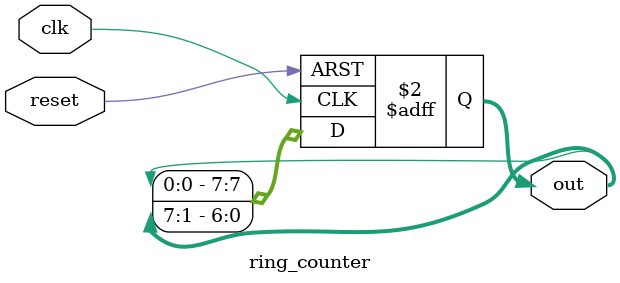
<source format=sv>
module ring_counter (
  input clk,
  input reset,
  output reg [7:0] out
);

  always @(posedge clk or posedge reset) begin
    if (reset) begin
      out <= 8'b00000001;
    end else begin
      out <= {out[0], out[7:1]};
    end
  end

endmodule
</source>
